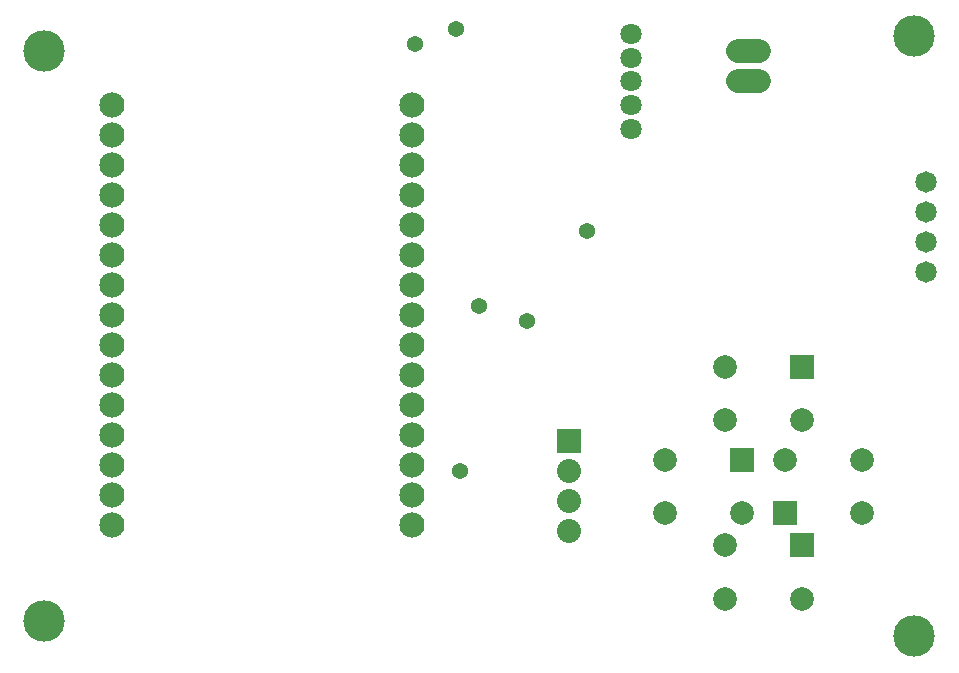
<source format=gbs>
G04 EAGLE Gerber RS-274X export*
G75*
%MOMM*%
%FSLAX34Y34*%
%LPD*%
%INSoldermask Bottom*%
%IPPOS*%
%AMOC8*
5,1,8,0,0,1.08239X$1,22.5*%
G01*
G04 Define Apertures*
%ADD10C,1.803200*%
%ADD11C,2.006000*%
%ADD12R,2.006000X2.006000*%
%ADD13C,1.816000*%
%ADD14C,2.032000*%
%ADD15C,2.032000*%
%ADD16R,2.032000X2.032000*%
%ADD17C,2.133600*%
%ADD18C,3.503200*%
%ADD19C,1.366000*%
D10*
X382800Y535300D03*
X382800Y515300D03*
X382800Y495300D03*
X382800Y475300D03*
X382800Y455300D03*
D11*
X578600Y174900D03*
X578600Y129900D03*
X513600Y174900D03*
D12*
X513600Y129900D03*
D11*
X412000Y129900D03*
X412000Y174900D03*
X477000Y129900D03*
D12*
X477000Y174900D03*
D13*
X632700Y409900D03*
X632700Y384500D03*
X632700Y359100D03*
X632700Y333700D03*
D14*
X491744Y520700D02*
X473456Y520700D01*
X473456Y495300D02*
X491744Y495300D01*
D15*
X330200Y165100D03*
D16*
X330200Y190500D03*
D15*
X330200Y139700D03*
X330200Y114300D03*
D17*
X-56388Y475488D03*
X-56388Y450088D03*
X-56388Y424688D03*
X-56388Y399288D03*
X-56388Y373888D03*
X-56388Y348488D03*
X-56388Y323088D03*
X-56388Y297688D03*
X-56388Y272288D03*
X-56388Y246888D03*
X-56388Y221488D03*
X-56388Y196088D03*
X-56388Y170688D03*
X-56388Y145288D03*
X-56388Y119888D03*
X197612Y475488D03*
X197612Y450088D03*
X197612Y424688D03*
X197612Y399288D03*
X197612Y373888D03*
X197612Y348488D03*
X197612Y323088D03*
X197612Y297688D03*
X197612Y272288D03*
X197612Y246888D03*
X197612Y221488D03*
X197612Y196088D03*
X197612Y170688D03*
X197612Y145288D03*
X197612Y119888D03*
D18*
X-114300Y38100D03*
X-114300Y520700D03*
X622300Y25400D03*
X622300Y533400D03*
D11*
X462800Y57274D03*
X462800Y102274D03*
X527800Y57274D03*
D12*
X527800Y102274D03*
D11*
X462800Y208676D03*
X462800Y253676D03*
X527800Y208676D03*
D12*
X527800Y253676D03*
D19*
X254000Y304800D03*
X234950Y539750D03*
X200025Y527050D03*
X238125Y165100D03*
X295275Y292100D03*
X346075Y368300D03*
M02*

</source>
